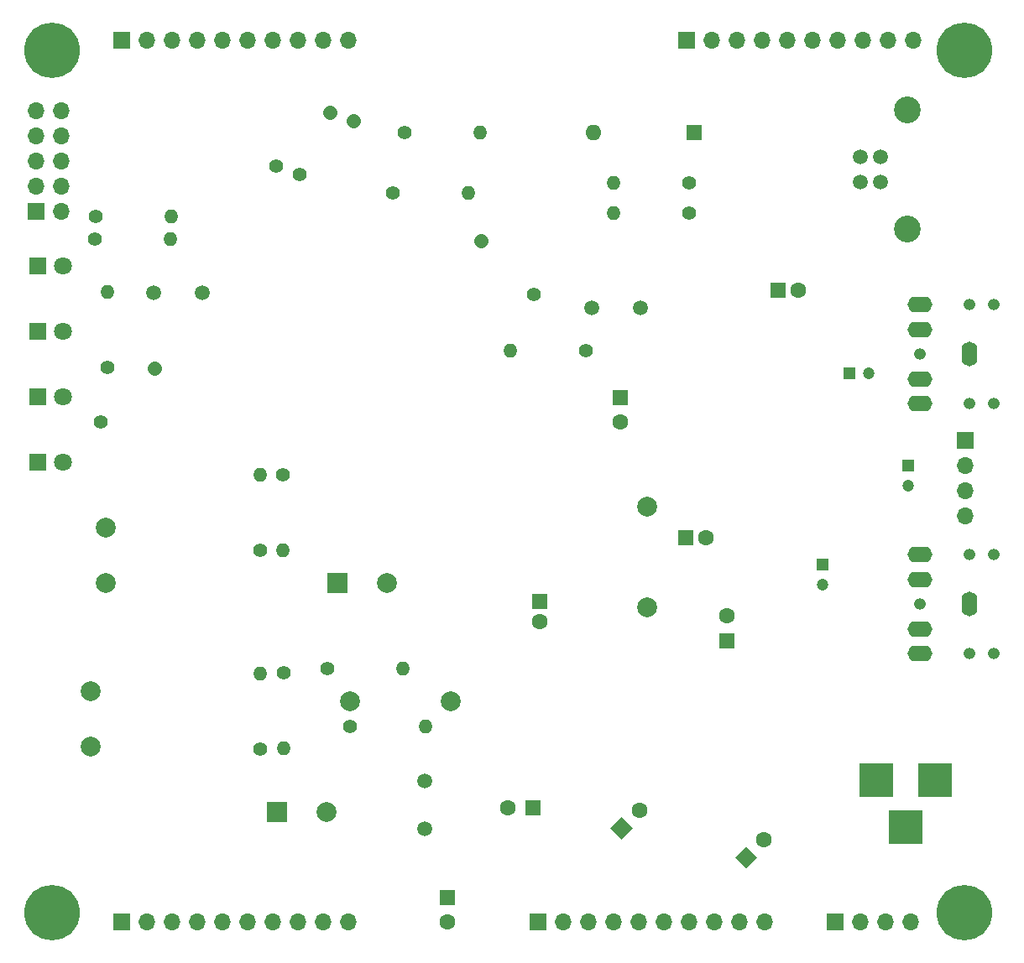
<source format=gbs>
G04 #@! TF.FileFunction,Soldermask,Bot*
%FSLAX46Y46*%
G04 Gerber Fmt 4.6, Leading zero omitted, Abs format (unit mm)*
G04 Created by KiCad (PCBNEW 4.0.7) date 05/14/20 06:06:45*
%MOMM*%
%LPD*%
G01*
G04 APERTURE LIST*
%ADD10C,0.100000*%
%ADD11C,1.998980*%
%ADD12C,1.400000*%
%ADD13C,1.400000*%
%ADD14C,1.500000*%
%ADD15R,1.200000X1.200000*%
%ADD16C,1.200000*%
%ADD17O,1.600000X2.500000*%
%ADD18O,1.200000X1.200000*%
%ADD19O,2.500000X1.600000*%
%ADD20C,5.600000*%
%ADD21R,3.500000X3.500000*%
%ADD22R,1.600000X1.600000*%
%ADD23C,1.600000*%
%ADD24R,1.700000X1.700000*%
%ADD25O,1.700000X1.700000*%
%ADD26C,1.520000*%
%ADD27C,2.700000*%
%ADD28O,1.400000X1.400000*%
%ADD29R,2.000000X2.000000*%
%ADD30C,2.000000*%
%ADD31R,1.800000X1.800000*%
%ADD32C,1.800000*%
%ADD33O,1.600000X1.600000*%
G04 APERTURE END LIST*
D10*
D11*
X122918000Y-108676000D03*
X122918000Y-114264000D03*
D12*
X167600000Y-68600000D03*
D13*
X162211846Y-63211846D02*
X162211846Y-63211846D01*
D14*
X129250000Y-68500000D03*
X134130000Y-68500000D03*
D15*
X205360000Y-85920000D03*
D16*
X205360000Y-87920000D03*
D15*
X196750000Y-95900000D03*
D16*
X196750000Y-97900000D03*
D17*
X211500000Y-99900000D03*
D18*
X206500000Y-99900000D03*
D19*
X206500000Y-94900000D03*
X206500000Y-97400000D03*
X206500000Y-102400000D03*
X206500000Y-104900000D03*
D18*
X211500000Y-94900000D03*
X211500000Y-104900000D03*
X214000000Y-94900000D03*
X214000000Y-104900000D03*
D17*
X211510000Y-74680000D03*
D18*
X206510000Y-74680000D03*
D19*
X206510000Y-69680000D03*
X206510000Y-72180000D03*
X206510000Y-77180000D03*
X206510000Y-79680000D03*
D18*
X211510000Y-69680000D03*
X211510000Y-79680000D03*
X214010000Y-69680000D03*
X214010000Y-79680000D03*
D15*
X199400000Y-76600000D03*
D16*
X201400000Y-76600000D03*
D20*
X211000000Y-44000000D03*
X119000000Y-44000000D03*
X119000000Y-131000000D03*
X211000000Y-131000000D03*
D11*
X179000000Y-100201260D03*
X179000000Y-90041260D03*
D21*
X202100000Y-117700000D03*
X208100000Y-117700000D03*
X205100000Y-122400000D03*
D14*
X178310000Y-70020000D03*
X173430000Y-70020000D03*
X156610000Y-122610000D03*
X156610000Y-117730000D03*
D22*
X182920000Y-93150000D03*
D23*
X184920000Y-93150000D03*
D22*
X168210000Y-99630000D03*
D23*
X168210000Y-101630000D03*
D22*
X192260000Y-68200000D03*
D23*
X194260000Y-68200000D03*
D10*
G36*
X189000000Y-126581371D02*
X187868629Y-125450000D01*
X189000000Y-124318629D01*
X190131371Y-125450000D01*
X189000000Y-126581371D01*
X189000000Y-126581371D01*
G37*
D23*
X190767767Y-123682233D03*
D24*
X183000000Y-43000000D03*
D25*
X185540000Y-43000000D03*
X188080000Y-43000000D03*
X190620000Y-43000000D03*
X193160000Y-43000000D03*
X195700000Y-43000000D03*
X198240000Y-43000000D03*
X200780000Y-43000000D03*
X203320000Y-43000000D03*
X205860000Y-43000000D03*
D24*
X168000000Y-132000000D03*
D25*
X170540000Y-132000000D03*
X173080000Y-132000000D03*
X175620000Y-132000000D03*
X178160000Y-132000000D03*
X180700000Y-132000000D03*
X183240000Y-132000000D03*
X185780000Y-132000000D03*
X188320000Y-132000000D03*
X190860000Y-132000000D03*
D24*
X126000000Y-132000000D03*
D25*
X128540000Y-132000000D03*
X131080000Y-132000000D03*
X133620000Y-132000000D03*
X136160000Y-132000000D03*
X138700000Y-132000000D03*
X141240000Y-132000000D03*
X143780000Y-132000000D03*
X146320000Y-132000000D03*
X148860000Y-132000000D03*
D24*
X126000000Y-43000000D03*
D25*
X128540000Y-43000000D03*
X131080000Y-43000000D03*
X133620000Y-43000000D03*
X136160000Y-43000000D03*
X138700000Y-43000000D03*
X141240000Y-43000000D03*
X143780000Y-43000000D03*
X146320000Y-43000000D03*
X148860000Y-43000000D03*
D10*
G36*
X176450000Y-123631371D02*
X175318629Y-122500000D01*
X176450000Y-121368629D01*
X177581371Y-122500000D01*
X176450000Y-123631371D01*
X176450000Y-123631371D01*
G37*
D23*
X178217767Y-120732233D03*
D24*
X198000000Y-132000000D03*
D25*
X200540000Y-132000000D03*
X203080000Y-132000000D03*
X205620000Y-132000000D03*
D26*
X200550000Y-54760000D03*
X200550000Y-57300000D03*
X202550000Y-57300000D03*
X202550000Y-54760000D03*
D27*
X205250000Y-50030000D03*
X205250000Y-62030000D03*
D11*
X124414000Y-92178000D03*
X124414000Y-97766000D03*
D12*
X172800000Y-74300000D03*
D28*
X165180000Y-74300000D03*
D22*
X167500000Y-120480000D03*
D23*
X165000000Y-120480000D03*
D11*
X149062740Y-109658000D03*
X159222740Y-109658000D03*
D22*
X158890000Y-129470000D03*
D23*
X158890000Y-131970000D03*
D12*
X146800000Y-106400000D03*
D28*
X154420000Y-106400000D03*
D12*
X149050000Y-112250000D03*
D28*
X156670000Y-112250000D03*
D22*
X187075000Y-103575000D03*
D23*
X187075000Y-101075000D03*
D29*
X141680000Y-120870000D03*
D30*
X146680000Y-120870000D03*
D29*
X147790000Y-97776000D03*
D30*
X152790000Y-97776000D03*
D12*
X140000000Y-94500000D03*
D28*
X140000000Y-86880000D03*
D12*
X140000000Y-114500000D03*
D28*
X140000000Y-106880000D03*
D12*
X142300000Y-86850000D03*
D28*
X142300000Y-94470000D03*
D12*
X142380000Y-106850000D03*
D28*
X142380000Y-114470000D03*
D22*
X176270000Y-79030000D03*
D23*
X176270000Y-81530000D03*
D24*
X117400000Y-60240000D03*
D25*
X119940000Y-60240000D03*
X117400000Y-57700000D03*
X119940000Y-57700000D03*
X117400000Y-55160000D03*
X119940000Y-55160000D03*
X117400000Y-52620000D03*
X119940000Y-52620000D03*
X117400000Y-50080000D03*
X119940000Y-50080000D03*
D31*
X117580000Y-65750000D03*
D32*
X120120000Y-65750000D03*
D12*
X123350000Y-60760000D03*
D28*
X130970000Y-60760000D03*
D31*
X117580000Y-72360000D03*
D32*
X120120000Y-72360000D03*
D31*
X117570000Y-78980000D03*
D32*
X120110000Y-78980000D03*
D31*
X117560000Y-85590000D03*
D32*
X120100000Y-85590000D03*
D12*
X123340000Y-63060000D03*
D28*
X130960000Y-63060000D03*
D12*
X124600000Y-75990300D03*
D28*
X124600000Y-68370300D03*
D12*
X123910000Y-81470000D03*
D13*
X129298154Y-76081846D02*
X129298154Y-76081846D01*
D24*
X211110000Y-83400000D03*
D25*
X211110000Y-85940000D03*
X211110000Y-88480000D03*
X211110000Y-91020000D03*
D12*
X141590000Y-55680000D03*
D13*
X146978154Y-50291846D02*
X146978154Y-50291846D01*
D12*
X183274000Y-57334000D03*
D28*
X175654000Y-57334000D03*
D12*
X183274000Y-60382000D03*
D28*
X175654000Y-60382000D03*
D12*
X153350000Y-58410000D03*
D28*
X160970000Y-58410000D03*
D12*
X144000000Y-56530000D03*
D13*
X149388154Y-51141846D02*
X149388154Y-51141846D01*
D22*
X183782000Y-52254000D03*
D33*
X173622000Y-52254000D03*
D12*
X154572000Y-52254000D03*
D28*
X162192000Y-52254000D03*
M02*

</source>
